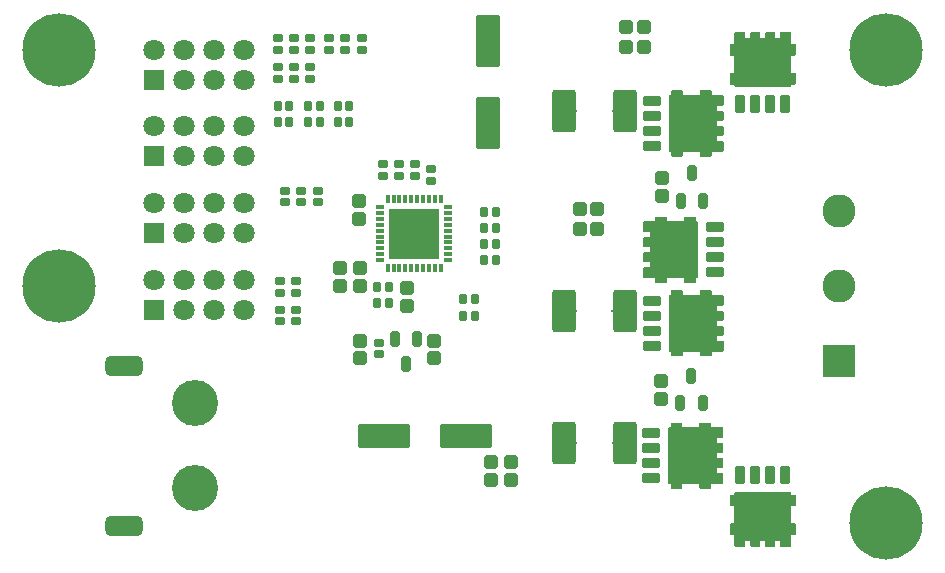
<source format=gbr>
G04*
G04 #@! TF.GenerationSoftware,Altium Limited,Altium Designer,24.10.1 (45)*
G04*
G04 Layer_Color=8388736*
%FSLAX25Y25*%
%MOIN*%
G70*
G04*
G04 #@! TF.SameCoordinates,CBAACD6F-12D9-4D4A-9EA7-E70620961981*
G04*
G04*
G04 #@! TF.FilePolarity,Negative*
G04*
G01*
G75*
%ADD20R,0.00500X0.00500*%
%ADD21R,0.01000X0.00500*%
G04:AMPARAMS|DCode=30|XSize=78.9mil|YSize=141.89mil|CornerRadius=9.33mil|HoleSize=0mil|Usage=FLASHONLY|Rotation=0.000|XOffset=0mil|YOffset=0mil|HoleType=Round|Shape=RoundedRectangle|*
%AMROUNDEDRECTD30*
21,1,0.07890,0.12323,0,0,0.0*
21,1,0.06024,0.14189,0,0,0.0*
1,1,0.01866,0.03012,-0.06161*
1,1,0.01866,-0.03012,-0.06161*
1,1,0.01866,-0.03012,0.06161*
1,1,0.01866,0.03012,0.06161*
%
%ADD30ROUNDEDRECTD30*%
G04:AMPARAMS|DCode=31|XSize=29.69mil|YSize=33.62mil|CornerRadius=5.64mil|HoleSize=0mil|Usage=FLASHONLY|Rotation=0.000|XOffset=0mil|YOffset=0mil|HoleType=Round|Shape=RoundedRectangle|*
%AMROUNDEDRECTD31*
21,1,0.02969,0.02234,0,0,0.0*
21,1,0.01841,0.03362,0,0,0.0*
1,1,0.01128,0.00920,-0.01117*
1,1,0.01128,-0.00920,-0.01117*
1,1,0.01128,-0.00920,0.01117*
1,1,0.01128,0.00920,0.01117*
%
%ADD31ROUNDEDRECTD31*%
G04:AMPARAMS|DCode=32|XSize=43.47mil|YSize=47.4mil|CornerRadius=6.67mil|HoleSize=0mil|Usage=FLASHONLY|Rotation=90.000|XOffset=0mil|YOffset=0mil|HoleType=Round|Shape=RoundedRectangle|*
%AMROUNDEDRECTD32*
21,1,0.04347,0.03406,0,0,90.0*
21,1,0.03012,0.04740,0,0,90.0*
1,1,0.01335,0.01703,0.01506*
1,1,0.01335,0.01703,-0.01506*
1,1,0.01335,-0.01703,-0.01506*
1,1,0.01335,-0.01703,0.01506*
%
%ADD32ROUNDEDRECTD32*%
G04:AMPARAMS|DCode=33|XSize=29.69mil|YSize=33.62mil|CornerRadius=5.64mil|HoleSize=0mil|Usage=FLASHONLY|Rotation=90.000|XOffset=0mil|YOffset=0mil|HoleType=Round|Shape=RoundedRectangle|*
%AMROUNDEDRECTD33*
21,1,0.02969,0.02234,0,0,90.0*
21,1,0.01841,0.03362,0,0,90.0*
1,1,0.01128,0.01117,0.00920*
1,1,0.01128,0.01117,-0.00920*
1,1,0.01128,-0.01117,-0.00920*
1,1,0.01128,-0.01117,0.00920*
%
%ADD33ROUNDEDRECTD33*%
G04:AMPARAMS|DCode=34|XSize=33.62mil|YSize=51.34mil|CornerRadius=5.94mil|HoleSize=0mil|Usage=FLASHONLY|Rotation=0.000|XOffset=0mil|YOffset=0mil|HoleType=Round|Shape=RoundedRectangle|*
%AMROUNDEDRECTD34*
21,1,0.03362,0.03947,0,0,0.0*
21,1,0.02175,0.05134,0,0,0.0*
1,1,0.01187,0.01088,-0.01973*
1,1,0.01187,-0.01088,-0.01973*
1,1,0.01187,-0.01088,0.01973*
1,1,0.01187,0.01088,0.01973*
%
%ADD34ROUNDEDRECTD34*%
G04:AMPARAMS|DCode=35|XSize=43.47mil|YSize=47.4mil|CornerRadius=6.67mil|HoleSize=0mil|Usage=FLASHONLY|Rotation=0.000|XOffset=0mil|YOffset=0mil|HoleType=Round|Shape=RoundedRectangle|*
%AMROUNDEDRECTD35*
21,1,0.04347,0.03406,0,0,0.0*
21,1,0.03012,0.04740,0,0,0.0*
1,1,0.01335,0.01506,-0.01703*
1,1,0.01335,-0.01506,-0.01703*
1,1,0.01335,-0.01506,0.01703*
1,1,0.01335,0.01506,0.01703*
%
%ADD35ROUNDEDRECTD35*%
G04:AMPARAMS|DCode=36|XSize=33.62mil|YSize=57.24mil|CornerRadius=4.66mil|HoleSize=0mil|Usage=FLASHONLY|Rotation=270.000|XOffset=0mil|YOffset=0mil|HoleType=Round|Shape=RoundedRectangle|*
%AMROUNDEDRECTD36*
21,1,0.03362,0.04793,0,0,270.0*
21,1,0.02431,0.05724,0,0,270.0*
1,1,0.00931,-0.02397,-0.01216*
1,1,0.00931,-0.02397,0.01216*
1,1,0.00931,0.02397,0.01216*
1,1,0.00931,0.02397,-0.01216*
%
%ADD36ROUNDEDRECTD36*%
G04:AMPARAMS|DCode=37|XSize=33.62mil|YSize=57.24mil|CornerRadius=4.66mil|HoleSize=0mil|Usage=FLASHONLY|Rotation=180.000|XOffset=0mil|YOffset=0mil|HoleType=Round|Shape=RoundedRectangle|*
%AMROUNDEDRECTD37*
21,1,0.03362,0.04793,0,0,180.0*
21,1,0.02431,0.05724,0,0,180.0*
1,1,0.00931,-0.01216,0.02397*
1,1,0.00931,0.01216,0.02397*
1,1,0.00931,0.01216,-0.02397*
1,1,0.00931,-0.01216,-0.02397*
%
%ADD37ROUNDEDRECTD37*%
G04:AMPARAMS|DCode=38|XSize=31.65mil|YSize=51.34mil|CornerRadius=5.79mil|HoleSize=0mil|Usage=FLASHONLY|Rotation=180.000|XOffset=0mil|YOffset=0mil|HoleType=Round|Shape=RoundedRectangle|*
%AMROUNDEDRECTD38*
21,1,0.03165,0.03976,0,0,180.0*
21,1,0.02008,0.05134,0,0,180.0*
1,1,0.01158,-0.01004,0.01988*
1,1,0.01158,0.01004,0.01988*
1,1,0.01158,0.01004,-0.01988*
1,1,0.01158,-0.01004,-0.01988*
%
%ADD38ROUNDEDRECTD38*%
G04:AMPARAMS|DCode=39|XSize=173.39mil|YSize=82.84mil|CornerRadius=9.63mil|HoleSize=0mil|Usage=FLASHONLY|Rotation=90.000|XOffset=0mil|YOffset=0mil|HoleType=Round|Shape=RoundedRectangle|*
%AMROUNDEDRECTD39*
21,1,0.17339,0.06358,0,0,90.0*
21,1,0.15413,0.08284,0,0,90.0*
1,1,0.01925,0.03179,0.07707*
1,1,0.01925,0.03179,-0.07707*
1,1,0.01925,-0.03179,-0.07707*
1,1,0.01925,-0.03179,0.07707*
%
%ADD39ROUNDEDRECTD39*%
G04:AMPARAMS|DCode=40|XSize=173.39mil|YSize=82.84mil|CornerRadius=9.63mil|HoleSize=0mil|Usage=FLASHONLY|Rotation=180.000|XOffset=0mil|YOffset=0mil|HoleType=Round|Shape=RoundedRectangle|*
%AMROUNDEDRECTD40*
21,1,0.17339,0.06358,0,0,180.0*
21,1,0.15413,0.08284,0,0,180.0*
1,1,0.01925,-0.07707,0.03179*
1,1,0.01925,0.07707,0.03179*
1,1,0.01925,0.07707,-0.03179*
1,1,0.01925,-0.07707,-0.03179*
%
%ADD40ROUNDEDRECTD40*%
G04:AMPARAMS|DCode=41|XSize=168.9mil|YSize=168.9mil|CornerRadius=4.39mil|HoleSize=0mil|Usage=FLASHONLY|Rotation=90.000|XOffset=0mil|YOffset=0mil|HoleType=Round|Shape=RoundedRectangle|*
%AMROUNDEDRECTD41*
21,1,0.16890,0.16012,0,0,90.0*
21,1,0.16012,0.16890,0,0,90.0*
1,1,0.00878,0.08006,0.08006*
1,1,0.00878,0.08006,-0.08006*
1,1,0.00878,-0.08006,-0.08006*
1,1,0.00878,-0.08006,0.08006*
%
%ADD41ROUNDEDRECTD41*%
G04:AMPARAMS|DCode=42|XSize=14.17mil|YSize=29.13mil|CornerRadius=4.71mil|HoleSize=0mil|Usage=FLASHONLY|Rotation=90.000|XOffset=0mil|YOffset=0mil|HoleType=Round|Shape=RoundedRectangle|*
%AMROUNDEDRECTD42*
21,1,0.01417,0.01972,0,0,90.0*
21,1,0.00476,0.02913,0,0,90.0*
1,1,0.00941,0.00986,0.00238*
1,1,0.00941,0.00986,-0.00238*
1,1,0.00941,-0.00986,-0.00238*
1,1,0.00941,-0.00986,0.00238*
%
%ADD42ROUNDEDRECTD42*%
G04:AMPARAMS|DCode=43|XSize=14.17mil|YSize=29.13mil|CornerRadius=4.71mil|HoleSize=0mil|Usage=FLASHONLY|Rotation=180.000|XOffset=0mil|YOffset=0mil|HoleType=Round|Shape=RoundedRectangle|*
%AMROUNDEDRECTD43*
21,1,0.01417,0.01972,0,0,180.0*
21,1,0.00476,0.02913,0,0,180.0*
1,1,0.00941,-0.00238,0.00986*
1,1,0.00941,0.00238,0.00986*
1,1,0.00941,0.00238,-0.00986*
1,1,0.00941,-0.00238,-0.00986*
%
%ADD43ROUNDEDRECTD43*%
%ADD44C,0.24425*%
%ADD45C,0.07102*%
%ADD46R,0.07102X0.07102*%
%ADD47R,0.11039X0.11039*%
%ADD48C,0.11039*%
%ADD49C,0.15370*%
G04:AMPARAMS|DCode=50|XSize=67.09mil|YSize=126.14mil|CornerRadius=18.78mil|HoleSize=0mil|Usage=FLASHONLY|Rotation=90.000|XOffset=0mil|YOffset=0mil|HoleType=Round|Shape=RoundedRectangle|*
%AMROUNDEDRECTD50*
21,1,0.06709,0.08858,0,0,90.0*
21,1,0.02953,0.12614,0,0,90.0*
1,1,0.03756,0.04429,0.01476*
1,1,0.03756,0.04429,-0.01476*
1,1,0.03756,-0.04429,-0.01476*
1,1,0.03756,-0.04429,0.01476*
%
%ADD50ROUNDEDRECTD50*%
G36*
X263360Y29828D02*
X263411Y29818D01*
X263461Y29801D01*
X263508Y29778D01*
X263552Y29748D01*
X263592Y29714D01*
X263626Y29674D01*
X263656Y29630D01*
X263679Y29583D01*
X263696Y29533D01*
X263706Y29482D01*
X263709Y29429D01*
Y29083D01*
X264882D01*
X264934Y29080D01*
X264986Y29070D01*
X265036Y29053D01*
X265083Y29030D01*
X265127Y29000D01*
X265166Y28966D01*
X265201Y28926D01*
X265230Y28882D01*
X265254Y28835D01*
X265271Y28785D01*
X265281Y28734D01*
X265284Y28681D01*
Y25532D01*
X265281Y25479D01*
X265271Y25427D01*
X265254Y25378D01*
X265230Y25330D01*
X265201Y25286D01*
X265166Y25247D01*
X265127Y25212D01*
X265083Y25183D01*
X265036Y25160D01*
X264986Y25143D01*
X264934Y25133D01*
X264882Y25129D01*
X263709D01*
Y19438D01*
X264882D01*
X264934Y19434D01*
X264986Y19424D01*
X265036Y19407D01*
X265083Y19384D01*
X265127Y19355D01*
X265166Y19320D01*
X265201Y19280D01*
X265230Y19237D01*
X265254Y19189D01*
X265271Y19140D01*
X265281Y19088D01*
X265284Y19035D01*
Y15886D01*
X265281Y15833D01*
X265271Y15782D01*
X265254Y15732D01*
X265230Y15685D01*
X265201Y15641D01*
X265166Y15601D01*
X265127Y15567D01*
X265083Y15537D01*
X265036Y15514D01*
X264986Y15497D01*
X264934Y15487D01*
X264882Y15483D01*
X263709D01*
Y11909D01*
X263706Y11857D01*
X263696Y11805D01*
X263679Y11755D01*
X263656Y11708D01*
X263626Y11665D01*
X263592Y11625D01*
X263552Y11590D01*
X263508Y11561D01*
X263461Y11538D01*
X263411Y11521D01*
X263360Y11511D01*
X263307Y11507D01*
X260453D01*
X260400Y11511D01*
X260349Y11521D01*
X260299Y11538D01*
X260251Y11561D01*
X260208Y11590D01*
X260168Y11625D01*
X260134Y11665D01*
X260104Y11708D01*
X260081Y11755D01*
X260064Y11805D01*
X260054Y11857D01*
X260050Y11909D01*
Y13672D01*
X258395D01*
Y11909D01*
X258391Y11857D01*
X258381Y11805D01*
X258364Y11755D01*
X258341Y11708D01*
X258311Y11665D01*
X258277Y11625D01*
X258237Y11590D01*
X258193Y11561D01*
X258146Y11538D01*
X258096Y11521D01*
X258045Y11511D01*
X257992Y11507D01*
X255472D01*
X255420Y11511D01*
X255368Y11521D01*
X255318Y11538D01*
X255271Y11561D01*
X255227Y11590D01*
X255188Y11625D01*
X255153Y11665D01*
X255124Y11708D01*
X255101Y11755D01*
X255084Y11805D01*
X255073Y11857D01*
X255070Y11909D01*
Y13672D01*
X253434D01*
Y11909D01*
X253431Y11857D01*
X253420Y11805D01*
X253403Y11755D01*
X253380Y11708D01*
X253351Y11665D01*
X253316Y11625D01*
X253276Y11590D01*
X253233Y11561D01*
X253186Y11538D01*
X253136Y11521D01*
X253084Y11511D01*
X253031Y11507D01*
X250512D01*
X250459Y11511D01*
X250408Y11521D01*
X250358Y11538D01*
X250311Y11561D01*
X250267Y11590D01*
X250227Y11625D01*
X250192Y11665D01*
X250163Y11708D01*
X250140Y11755D01*
X250123Y11805D01*
X250113Y11857D01*
X250109Y11909D01*
Y13672D01*
X248454D01*
Y11909D01*
X248450Y11857D01*
X248440Y11805D01*
X248423Y11755D01*
X248400Y11708D01*
X248371Y11665D01*
X248336Y11625D01*
X248296Y11590D01*
X248252Y11561D01*
X248205Y11538D01*
X248155Y11521D01*
X248104Y11511D01*
X248051Y11507D01*
X245197D01*
X245144Y11511D01*
X245093Y11521D01*
X245043Y11538D01*
X244996Y11561D01*
X244952Y11590D01*
X244912Y11625D01*
X244878Y11665D01*
X244848Y11708D01*
X244825Y11755D01*
X244808Y11805D01*
X244798Y11857D01*
X244794Y11909D01*
Y15483D01*
X243622D01*
X243569Y15487D01*
X243518Y15497D01*
X243468Y15514D01*
X243421Y15537D01*
X243377Y15567D01*
X243337Y15601D01*
X243303Y15641D01*
X243273Y15685D01*
X243250Y15732D01*
X243233Y15782D01*
X243223Y15833D01*
X243220Y15886D01*
Y19035D01*
X243223Y19088D01*
X243233Y19140D01*
X243250Y19189D01*
X243273Y19237D01*
X243303Y19280D01*
X243337Y19320D01*
X243377Y19355D01*
X243421Y19384D01*
X243468Y19407D01*
X243518Y19424D01*
X243569Y19434D01*
X243622Y19438D01*
X244794D01*
Y25129D01*
X243622D01*
X243569Y25133D01*
X243518Y25143D01*
X243468Y25160D01*
X243421Y25183D01*
X243377Y25212D01*
X243337Y25247D01*
X243303Y25286D01*
X243273Y25330D01*
X243250Y25378D01*
X243233Y25427D01*
X243223Y25479D01*
X243220Y25532D01*
Y28681D01*
X243223Y28734D01*
X243233Y28785D01*
X243250Y28835D01*
X243273Y28882D01*
X243303Y28926D01*
X243337Y28966D01*
X243377Y29000D01*
X243421Y29030D01*
X243468Y29053D01*
X243518Y29070D01*
X243569Y29080D01*
X243622Y29083D01*
X244794D01*
Y29429D01*
X244798Y29482D01*
X244808Y29533D01*
X244825Y29583D01*
X244848Y29630D01*
X244878Y29674D01*
X244912Y29714D01*
X244952Y29748D01*
X244996Y29778D01*
X245043Y29801D01*
X245093Y29818D01*
X245144Y29828D01*
X245197Y29832D01*
X263307D01*
X263360Y29828D01*
D02*
G37*
G36*
X236726Y53057D02*
X236777Y53046D01*
X236827Y53029D01*
X236875Y53006D01*
X236918Y52977D01*
X236958Y52942D01*
X236993Y52903D01*
X237022Y52859D01*
X237045Y52811D01*
X237062Y52762D01*
X237072Y52710D01*
X237076Y52658D01*
Y51485D01*
X240650D01*
X240702Y51482D01*
X240754Y51471D01*
X240804Y51455D01*
X240851Y51431D01*
X240895Y51402D01*
X240934Y51367D01*
X240969Y51328D01*
X240998Y51284D01*
X241021Y51237D01*
X241038Y51187D01*
X241049Y51135D01*
X241052Y51083D01*
Y48228D01*
X241049Y48176D01*
X241038Y48124D01*
X241021Y48074D01*
X240998Y48027D01*
X240969Y47983D01*
X240934Y47944D01*
X240895Y47909D01*
X240851Y47880D01*
X240804Y47857D01*
X240754Y47840D01*
X240702Y47829D01*
X240650Y47826D01*
X238887D01*
Y46170D01*
X240650D01*
X240702Y46167D01*
X240754Y46156D01*
X240804Y46139D01*
X240851Y46116D01*
X240895Y46087D01*
X240934Y46052D01*
X240969Y46013D01*
X240998Y45969D01*
X241021Y45922D01*
X241038Y45872D01*
X241049Y45820D01*
X241052Y45768D01*
Y43248D01*
X241049Y43196D01*
X241038Y43144D01*
X241021Y43094D01*
X240998Y43047D01*
X240969Y43003D01*
X240934Y42963D01*
X240895Y42929D01*
X240851Y42900D01*
X240804Y42876D01*
X240754Y42859D01*
X240702Y42849D01*
X240650Y42846D01*
X238887D01*
Y41210D01*
X240650D01*
X240702Y41206D01*
X240754Y41196D01*
X240804Y41179D01*
X240851Y41156D01*
X240895Y41126D01*
X240934Y41092D01*
X240969Y41052D01*
X240998Y41008D01*
X241021Y40961D01*
X241038Y40911D01*
X241049Y40860D01*
X241052Y40807D01*
Y38287D01*
X241049Y38235D01*
X241038Y38183D01*
X241021Y38133D01*
X240998Y38086D01*
X240969Y38042D01*
X240934Y38003D01*
X240895Y37968D01*
X240851Y37939D01*
X240804Y37916D01*
X240754Y37899D01*
X240702Y37888D01*
X240650Y37885D01*
X238887D01*
Y36229D01*
X240650D01*
X240702Y36226D01*
X240754Y36215D01*
X240804Y36199D01*
X240851Y36175D01*
X240895Y36146D01*
X240934Y36111D01*
X240969Y36072D01*
X240998Y36028D01*
X241021Y35981D01*
X241038Y35931D01*
X241049Y35879D01*
X241052Y35827D01*
Y32972D01*
X241049Y32920D01*
X241038Y32868D01*
X241021Y32818D01*
X240998Y32771D01*
X240969Y32728D01*
X240934Y32688D01*
X240895Y32653D01*
X240851Y32624D01*
X240804Y32601D01*
X240754Y32584D01*
X240702Y32574D01*
X240650Y32570D01*
X237076D01*
Y31398D01*
X237072Y31345D01*
X237062Y31293D01*
X237045Y31244D01*
X237022Y31196D01*
X236993Y31153D01*
X236958Y31113D01*
X236918Y31078D01*
X236875Y31049D01*
X236827Y31026D01*
X236777Y31009D01*
X236726Y30999D01*
X236673Y30995D01*
X233524D01*
X233471Y30999D01*
X233419Y31009D01*
X233370Y31026D01*
X233322Y31049D01*
X233279Y31078D01*
X233239Y31113D01*
X233204Y31153D01*
X233175Y31196D01*
X233152Y31244D01*
X233135Y31293D01*
X233125Y31345D01*
X233121Y31398D01*
Y32570D01*
X227430D01*
Y31398D01*
X227427Y31345D01*
X227416Y31293D01*
X227399Y31244D01*
X227376Y31196D01*
X227347Y31153D01*
X227312Y31113D01*
X227273Y31078D01*
X227229Y31049D01*
X227182Y31026D01*
X227132Y31009D01*
X227080Y30999D01*
X227028Y30995D01*
X223878D01*
X223825Y30999D01*
X223774Y31009D01*
X223724Y31026D01*
X223677Y31049D01*
X223633Y31078D01*
X223593Y31113D01*
X223559Y31153D01*
X223529Y31196D01*
X223506Y31244D01*
X223489Y31293D01*
X223479Y31345D01*
X223476Y31398D01*
Y32570D01*
X223130D01*
X223077Y32574D01*
X223026Y32584D01*
X222976Y32601D01*
X222929Y32624D01*
X222885Y32653D01*
X222845Y32688D01*
X222811Y32728D01*
X222781Y32771D01*
X222758Y32818D01*
X222741Y32868D01*
X222731Y32920D01*
X222727Y32972D01*
Y51083D01*
X222731Y51135D01*
X222741Y51187D01*
X222758Y51237D01*
X222781Y51284D01*
X222811Y51328D01*
X222845Y51367D01*
X222885Y51402D01*
X222929Y51431D01*
X222976Y51455D01*
X223026Y51471D01*
X223077Y51482D01*
X223130Y51485D01*
X223476D01*
Y52658D01*
X223479Y52710D01*
X223489Y52762D01*
X223506Y52811D01*
X223529Y52859D01*
X223559Y52903D01*
X223593Y52942D01*
X223633Y52977D01*
X223677Y53006D01*
X223724Y53029D01*
X223774Y53046D01*
X223825Y53057D01*
X223878Y53060D01*
X227028D01*
X227080Y53057D01*
X227132Y53046D01*
X227182Y53029D01*
X227229Y53006D01*
X227273Y52977D01*
X227312Y52942D01*
X227347Y52903D01*
X227376Y52859D01*
X227399Y52811D01*
X227416Y52762D01*
X227427Y52710D01*
X227430Y52658D01*
Y51485D01*
X233121D01*
Y52658D01*
X233125Y52710D01*
X233135Y52762D01*
X233152Y52811D01*
X233175Y52859D01*
X233204Y52903D01*
X233239Y52942D01*
X233279Y52977D01*
X233322Y53006D01*
X233370Y53029D01*
X233419Y53046D01*
X233471Y53057D01*
X233524Y53060D01*
X236673D01*
X236726Y53057D01*
D02*
G37*
G36*
X236824Y97230D02*
X236876Y97219D01*
X236926Y97202D01*
X236973Y97179D01*
X237017Y97150D01*
X237056Y97115D01*
X237091Y97076D01*
X237120Y97032D01*
X237143Y96985D01*
X237160Y96935D01*
X237171Y96883D01*
X237174Y96831D01*
Y95658D01*
X240748D01*
X240801Y95655D01*
X240852Y95645D01*
X240902Y95628D01*
X240949Y95604D01*
X240993Y95575D01*
X241033Y95540D01*
X241067Y95501D01*
X241096Y95457D01*
X241120Y95410D01*
X241137Y95360D01*
X241147Y95308D01*
X241150Y95256D01*
Y92402D01*
X241147Y92349D01*
X241137Y92297D01*
X241120Y92248D01*
X241096Y92200D01*
X241067Y92157D01*
X241033Y92117D01*
X240993Y92082D01*
X240949Y92053D01*
X240902Y92030D01*
X240852Y92013D01*
X240801Y92003D01*
X240748Y91999D01*
X238985D01*
Y90343D01*
X240748D01*
X240801Y90340D01*
X240852Y90330D01*
X240902Y90313D01*
X240949Y90289D01*
X240993Y90260D01*
X241033Y90225D01*
X241067Y90186D01*
X241096Y90142D01*
X241120Y90095D01*
X241137Y90045D01*
X241147Y89994D01*
X241150Y89941D01*
Y87421D01*
X241147Y87369D01*
X241137Y87317D01*
X241120Y87267D01*
X241096Y87220D01*
X241067Y87176D01*
X241033Y87137D01*
X240993Y87102D01*
X240949Y87073D01*
X240902Y87050D01*
X240852Y87033D01*
X240801Y87022D01*
X240748Y87019D01*
X238985D01*
Y85383D01*
X240748D01*
X240801Y85379D01*
X240852Y85369D01*
X240902Y85352D01*
X240949Y85329D01*
X240993Y85300D01*
X241033Y85265D01*
X241067Y85225D01*
X241096Y85181D01*
X241120Y85134D01*
X241137Y85084D01*
X241147Y85033D01*
X241150Y84980D01*
Y82461D01*
X241147Y82408D01*
X241137Y82357D01*
X241120Y82307D01*
X241096Y82259D01*
X241067Y82216D01*
X241033Y82176D01*
X240993Y82141D01*
X240949Y82112D01*
X240902Y82089D01*
X240852Y82072D01*
X240801Y82062D01*
X240748Y82058D01*
X238985D01*
Y80402D01*
X240748D01*
X240801Y80399D01*
X240852Y80389D01*
X240902Y80372D01*
X240949Y80348D01*
X240993Y80319D01*
X241033Y80285D01*
X241067Y80245D01*
X241096Y80201D01*
X241120Y80154D01*
X241137Y80104D01*
X241147Y80053D01*
X241150Y80000D01*
Y77146D01*
X241147Y77093D01*
X241137Y77042D01*
X241120Y76992D01*
X241096Y76945D01*
X241067Y76901D01*
X241033Y76861D01*
X240993Y76826D01*
X240949Y76797D01*
X240902Y76774D01*
X240852Y76757D01*
X240801Y76747D01*
X240748Y76743D01*
X237174D01*
Y75571D01*
X237171Y75518D01*
X237160Y75467D01*
X237143Y75417D01*
X237120Y75370D01*
X237091Y75326D01*
X237056Y75286D01*
X237017Y75252D01*
X236973Y75222D01*
X236926Y75199D01*
X236876Y75182D01*
X236824Y75172D01*
X236772Y75168D01*
X233622D01*
X233570Y75172D01*
X233518Y75182D01*
X233468Y75199D01*
X233421Y75222D01*
X233377Y75252D01*
X233337Y75286D01*
X233303Y75326D01*
X233274Y75370D01*
X233250Y75417D01*
X233233Y75467D01*
X233223Y75518D01*
X233220Y75571D01*
Y76743D01*
X227528D01*
Y75571D01*
X227525Y75518D01*
X227515Y75467D01*
X227498Y75417D01*
X227474Y75370D01*
X227445Y75326D01*
X227411Y75286D01*
X227371Y75252D01*
X227327Y75222D01*
X227280Y75199D01*
X227230Y75182D01*
X227179Y75172D01*
X227126Y75168D01*
X223976D01*
X223924Y75172D01*
X223872Y75182D01*
X223822Y75199D01*
X223775Y75222D01*
X223731Y75252D01*
X223692Y75286D01*
X223657Y75326D01*
X223628Y75370D01*
X223605Y75417D01*
X223588Y75467D01*
X223577Y75518D01*
X223574Y75571D01*
Y76743D01*
X223228D01*
X223176Y76747D01*
X223124Y76757D01*
X223074Y76774D01*
X223027Y76797D01*
X222983Y76826D01*
X222944Y76861D01*
X222909Y76901D01*
X222880Y76945D01*
X222857Y76992D01*
X222840Y77042D01*
X222829Y77093D01*
X222826Y77146D01*
Y95256D01*
X222829Y95308D01*
X222840Y95360D01*
X222857Y95410D01*
X222880Y95457D01*
X222909Y95501D01*
X222944Y95540D01*
X222983Y95575D01*
X223027Y95604D01*
X223074Y95628D01*
X223124Y95645D01*
X223176Y95655D01*
X223228Y95658D01*
X223574D01*
Y96831D01*
X223577Y96883D01*
X223588Y96935D01*
X223605Y96985D01*
X223628Y97032D01*
X223657Y97076D01*
X223692Y97115D01*
X223731Y97150D01*
X223775Y97179D01*
X223822Y97202D01*
X223872Y97219D01*
X223924Y97230D01*
X223976Y97233D01*
X227126D01*
X227179Y97230D01*
X227230Y97219D01*
X227280Y97202D01*
X227327Y97179D01*
X227371Y97150D01*
X227411Y97115D01*
X227445Y97076D01*
X227474Y97032D01*
X227498Y96985D01*
X227515Y96935D01*
X227525Y96883D01*
X227528Y96831D01*
Y95658D01*
X233220D01*
Y96831D01*
X233223Y96883D01*
X233233Y96935D01*
X233250Y96985D01*
X233274Y97032D01*
X233303Y97076D01*
X233337Y97115D01*
X233377Y97150D01*
X233421Y97179D01*
X233468Y97202D01*
X233518Y97219D01*
X233570Y97230D01*
X233622Y97233D01*
X236772D01*
X236824Y97230D01*
D02*
G37*
G36*
X231588Y121659D02*
X231640Y121649D01*
X231689Y121632D01*
X231737Y121608D01*
X231780Y121579D01*
X231820Y121544D01*
X231855Y121505D01*
X231884Y121461D01*
X231907Y121414D01*
X231924Y121364D01*
X231934Y121312D01*
X231938Y121260D01*
Y120088D01*
X232283D01*
X232336Y120084D01*
X232388Y120074D01*
X232437Y120057D01*
X232485Y120034D01*
X232528Y120004D01*
X232568Y119970D01*
X232603Y119930D01*
X232632Y119886D01*
X232655Y119839D01*
X232672Y119789D01*
X232682Y119738D01*
X232686Y119685D01*
Y101575D01*
X232682Y101522D01*
X232672Y101471D01*
X232655Y101421D01*
X232632Y101374D01*
X232603Y101330D01*
X232568Y101290D01*
X232528Y101256D01*
X232485Y101226D01*
X232437Y101203D01*
X232388Y101186D01*
X232336Y101176D01*
X232283Y101172D01*
X231938D01*
Y100000D01*
X231934Y99948D01*
X231924Y99896D01*
X231907Y99846D01*
X231884Y99799D01*
X231855Y99755D01*
X231820Y99715D01*
X231780Y99681D01*
X231737Y99651D01*
X231689Y99628D01*
X231640Y99611D01*
X231588Y99601D01*
X231535Y99598D01*
X228386D01*
X228333Y99601D01*
X228282Y99611D01*
X228232Y99628D01*
X228185Y99651D01*
X228141Y99681D01*
X228101Y99715D01*
X228067Y99755D01*
X228037Y99799D01*
X228014Y99846D01*
X227997Y99896D01*
X227987Y99948D01*
X227983Y100000D01*
Y101172D01*
X222292D01*
Y100000D01*
X222289Y99948D01*
X222278Y99896D01*
X222262Y99846D01*
X222238Y99799D01*
X222209Y99755D01*
X222174Y99715D01*
X222135Y99681D01*
X222091Y99651D01*
X222044Y99628D01*
X221994Y99611D01*
X221942Y99601D01*
X221890Y99598D01*
X218740D01*
X218688Y99601D01*
X218636Y99611D01*
X218586Y99628D01*
X218539Y99651D01*
X218495Y99681D01*
X218456Y99715D01*
X218421Y99755D01*
X218392Y99799D01*
X218368Y99846D01*
X218351Y99896D01*
X218341Y99948D01*
X218338Y100000D01*
Y101172D01*
X214764D01*
X214711Y101176D01*
X214660Y101186D01*
X214610Y101203D01*
X214563Y101226D01*
X214519Y101256D01*
X214479Y101290D01*
X214444Y101330D01*
X214415Y101374D01*
X214392Y101421D01*
X214375Y101471D01*
X214365Y101522D01*
X214361Y101575D01*
Y104429D01*
X214365Y104482D01*
X214375Y104533D01*
X214392Y104583D01*
X214415Y104630D01*
X214444Y104674D01*
X214479Y104714D01*
X214519Y104748D01*
X214563Y104778D01*
X214610Y104801D01*
X214660Y104818D01*
X214711Y104828D01*
X214764Y104832D01*
X216527D01*
Y106487D01*
X214764D01*
X214711Y106491D01*
X214660Y106501D01*
X214610Y106518D01*
X214563Y106541D01*
X214519Y106570D01*
X214479Y106605D01*
X214444Y106645D01*
X214415Y106688D01*
X214392Y106736D01*
X214375Y106786D01*
X214365Y106837D01*
X214361Y106890D01*
Y109409D01*
X214365Y109462D01*
X214375Y109514D01*
X214392Y109563D01*
X214415Y109611D01*
X214444Y109654D01*
X214479Y109694D01*
X214519Y109729D01*
X214563Y109758D01*
X214610Y109781D01*
X214660Y109798D01*
X214711Y109808D01*
X214764Y109812D01*
X216527D01*
Y111448D01*
X214764D01*
X214711Y111451D01*
X214660Y111462D01*
X214610Y111479D01*
X214563Y111502D01*
X214519Y111531D01*
X214479Y111566D01*
X214444Y111605D01*
X214415Y111649D01*
X214392Y111696D01*
X214375Y111746D01*
X214365Y111798D01*
X214361Y111850D01*
Y114370D01*
X214365Y114423D01*
X214375Y114474D01*
X214392Y114524D01*
X214415Y114571D01*
X214444Y114615D01*
X214479Y114655D01*
X214519Y114689D01*
X214563Y114719D01*
X214610Y114742D01*
X214660Y114759D01*
X214711Y114769D01*
X214764Y114772D01*
X216527D01*
Y116428D01*
X214764D01*
X214711Y116432D01*
X214660Y116442D01*
X214610Y116459D01*
X214563Y116482D01*
X214519Y116511D01*
X214479Y116546D01*
X214444Y116586D01*
X214415Y116630D01*
X214392Y116677D01*
X214375Y116727D01*
X214365Y116778D01*
X214361Y116831D01*
Y119685D01*
X214365Y119738D01*
X214375Y119789D01*
X214392Y119839D01*
X214415Y119886D01*
X214444Y119930D01*
X214479Y119970D01*
X214519Y120004D01*
X214563Y120034D01*
X214610Y120057D01*
X214660Y120074D01*
X214711Y120084D01*
X214764Y120088D01*
X218338D01*
Y121260D01*
X218341Y121312D01*
X218351Y121364D01*
X218368Y121414D01*
X218392Y121461D01*
X218421Y121505D01*
X218456Y121544D01*
X218495Y121579D01*
X218539Y121608D01*
X218586Y121632D01*
X218636Y121649D01*
X218688Y121659D01*
X218740Y121662D01*
X221890D01*
X221942Y121659D01*
X221994Y121649D01*
X222044Y121632D01*
X222091Y121608D01*
X222135Y121579D01*
X222174Y121544D01*
X222209Y121505D01*
X222238Y121461D01*
X222262Y121414D01*
X222278Y121364D01*
X222289Y121312D01*
X222292Y121260D01*
Y120088D01*
X227983D01*
Y121260D01*
X227987Y121312D01*
X227997Y121364D01*
X228014Y121414D01*
X228037Y121461D01*
X228067Y121505D01*
X228101Y121544D01*
X228141Y121579D01*
X228185Y121608D01*
X228232Y121632D01*
X228282Y121649D01*
X228333Y121659D01*
X228386Y121662D01*
X231535D01*
X231588Y121659D01*
D02*
G37*
G36*
X236824Y163785D02*
X236876Y163775D01*
X236926Y163758D01*
X236973Y163734D01*
X237017Y163705D01*
X237056Y163670D01*
X237091Y163631D01*
X237120Y163587D01*
X237143Y163540D01*
X237160Y163490D01*
X237171Y163438D01*
X237174Y163386D01*
Y162214D01*
X240748D01*
X240801Y162210D01*
X240852Y162200D01*
X240902Y162183D01*
X240949Y162160D01*
X240993Y162130D01*
X241033Y162096D01*
X241067Y162056D01*
X241096Y162012D01*
X241120Y161965D01*
X241137Y161915D01*
X241147Y161864D01*
X241150Y161811D01*
Y158957D01*
X241147Y158904D01*
X241137Y158853D01*
X241120Y158803D01*
X241096Y158756D01*
X241067Y158712D01*
X241033Y158672D01*
X240993Y158637D01*
X240949Y158608D01*
X240902Y158585D01*
X240852Y158568D01*
X240801Y158558D01*
X240748Y158554D01*
X238985D01*
Y156898D01*
X240748D01*
X240801Y156895D01*
X240852Y156885D01*
X240902Y156868D01*
X240949Y156845D01*
X240993Y156815D01*
X241033Y156781D01*
X241067Y156741D01*
X241096Y156697D01*
X241120Y156650D01*
X241137Y156600D01*
X241147Y156549D01*
X241150Y156496D01*
Y153976D01*
X241147Y153924D01*
X241137Y153872D01*
X241120Y153822D01*
X241096Y153775D01*
X241067Y153731D01*
X241033Y153692D01*
X240993Y153657D01*
X240949Y153628D01*
X240902Y153605D01*
X240852Y153588D01*
X240801Y153577D01*
X240748Y153574D01*
X238985D01*
Y151938D01*
X240748D01*
X240801Y151934D01*
X240852Y151924D01*
X240902Y151907D01*
X240949Y151884D01*
X240993Y151855D01*
X241033Y151820D01*
X241067Y151780D01*
X241096Y151737D01*
X241120Y151689D01*
X241137Y151640D01*
X241147Y151588D01*
X241150Y151535D01*
Y149016D01*
X241147Y148963D01*
X241137Y148912D01*
X241120Y148862D01*
X241096Y148814D01*
X241067Y148771D01*
X241033Y148731D01*
X240993Y148696D01*
X240949Y148667D01*
X240902Y148644D01*
X240852Y148627D01*
X240801Y148617D01*
X240748Y148613D01*
X238985D01*
Y146958D01*
X240748D01*
X240801Y146954D01*
X240852Y146944D01*
X240902Y146927D01*
X240949Y146904D01*
X240993Y146874D01*
X241033Y146840D01*
X241067Y146800D01*
X241096Y146756D01*
X241120Y146709D01*
X241137Y146659D01*
X241147Y146608D01*
X241150Y146555D01*
Y143701D01*
X241147Y143648D01*
X241137Y143597D01*
X241120Y143547D01*
X241096Y143500D01*
X241067Y143456D01*
X241033Y143416D01*
X240993Y143382D01*
X240949Y143352D01*
X240902Y143329D01*
X240852Y143312D01*
X240801Y143302D01*
X240748Y143298D01*
X237174D01*
Y142126D01*
X237171Y142074D01*
X237160Y142022D01*
X237143Y141972D01*
X237120Y141925D01*
X237091Y141881D01*
X237056Y141841D01*
X237017Y141807D01*
X236973Y141778D01*
X236926Y141754D01*
X236876Y141737D01*
X236824Y141727D01*
X236772Y141724D01*
X233622D01*
X233570Y141727D01*
X233518Y141737D01*
X233468Y141754D01*
X233421Y141778D01*
X233377Y141807D01*
X233337Y141841D01*
X233303Y141881D01*
X233274Y141925D01*
X233250Y141972D01*
X233233Y142022D01*
X233223Y142074D01*
X233220Y142126D01*
Y143298D01*
X227528D01*
Y142126D01*
X227525Y142074D01*
X227515Y142022D01*
X227498Y141972D01*
X227474Y141925D01*
X227445Y141881D01*
X227411Y141841D01*
X227371Y141807D01*
X227327Y141778D01*
X227280Y141754D01*
X227230Y141737D01*
X227179Y141727D01*
X227126Y141724D01*
X223976D01*
X223924Y141727D01*
X223872Y141737D01*
X223822Y141754D01*
X223775Y141778D01*
X223731Y141807D01*
X223692Y141841D01*
X223657Y141881D01*
X223628Y141925D01*
X223605Y141972D01*
X223588Y142022D01*
X223577Y142074D01*
X223574Y142126D01*
Y143298D01*
X223228D01*
X223176Y143302D01*
X223124Y143312D01*
X223074Y143329D01*
X223027Y143352D01*
X222983Y143382D01*
X222944Y143416D01*
X222909Y143456D01*
X222880Y143500D01*
X222857Y143547D01*
X222840Y143597D01*
X222829Y143648D01*
X222826Y143701D01*
Y161811D01*
X222829Y161864D01*
X222840Y161915D01*
X222857Y161965D01*
X222880Y162012D01*
X222909Y162056D01*
X222944Y162096D01*
X222983Y162130D01*
X223027Y162160D01*
X223074Y162183D01*
X223124Y162200D01*
X223176Y162210D01*
X223228Y162214D01*
X223574D01*
Y163386D01*
X223577Y163438D01*
X223588Y163490D01*
X223605Y163540D01*
X223628Y163587D01*
X223657Y163631D01*
X223692Y163670D01*
X223731Y163705D01*
X223775Y163734D01*
X223822Y163758D01*
X223872Y163775D01*
X223924Y163785D01*
X223976Y163788D01*
X227126D01*
X227179Y163785D01*
X227230Y163775D01*
X227280Y163758D01*
X227327Y163734D01*
X227371Y163705D01*
X227411Y163670D01*
X227445Y163631D01*
X227474Y163587D01*
X227498Y163540D01*
X227515Y163490D01*
X227525Y163438D01*
X227528Y163386D01*
Y162214D01*
X233220D01*
Y163386D01*
X233223Y163438D01*
X233233Y163490D01*
X233250Y163540D01*
X233274Y163587D01*
X233303Y163631D01*
X233337Y163670D01*
X233377Y163705D01*
X233421Y163734D01*
X233468Y163758D01*
X233518Y163775D01*
X233570Y163785D01*
X233622Y163788D01*
X236772D01*
X236824Y163785D01*
D02*
G37*
G36*
X263360Y183273D02*
X263411Y183263D01*
X263461Y183246D01*
X263508Y183222D01*
X263552Y183193D01*
X263592Y183159D01*
X263626Y183119D01*
X263656Y183075D01*
X263679Y183028D01*
X263696Y182978D01*
X263706Y182926D01*
X263709Y182874D01*
Y179300D01*
X264882D01*
X264934Y179297D01*
X264986Y179286D01*
X265036Y179269D01*
X265083Y179246D01*
X265127Y179217D01*
X265166Y179182D01*
X265201Y179143D01*
X265230Y179099D01*
X265254Y179052D01*
X265271Y179002D01*
X265281Y178950D01*
X265284Y178898D01*
Y175748D01*
X265281Y175696D01*
X265271Y175644D01*
X265254Y175594D01*
X265230Y175547D01*
X265201Y175503D01*
X265166Y175463D01*
X265127Y175429D01*
X265083Y175399D01*
X265036Y175376D01*
X264986Y175359D01*
X264934Y175349D01*
X264882Y175346D01*
X263709D01*
Y169654D01*
X264882D01*
X264934Y169651D01*
X264986Y169641D01*
X265036Y169624D01*
X265083Y169600D01*
X265127Y169571D01*
X265166Y169536D01*
X265201Y169497D01*
X265230Y169453D01*
X265254Y169406D01*
X265271Y169356D01*
X265281Y169305D01*
X265284Y169252D01*
Y166102D01*
X265281Y166050D01*
X265271Y165998D01*
X265254Y165948D01*
X265230Y165901D01*
X265201Y165857D01*
X265166Y165818D01*
X265127Y165783D01*
X265083Y165754D01*
X265036Y165731D01*
X264986Y165714D01*
X264934Y165703D01*
X264882Y165700D01*
X263709D01*
Y165354D01*
X263706Y165302D01*
X263696Y165250D01*
X263679Y165200D01*
X263656Y165153D01*
X263626Y165109D01*
X263592Y165070D01*
X263552Y165035D01*
X263508Y165006D01*
X263461Y164982D01*
X263411Y164966D01*
X263360Y164955D01*
X263307Y164952D01*
X245197D01*
X245144Y164955D01*
X245093Y164966D01*
X245043Y164982D01*
X244996Y165006D01*
X244952Y165035D01*
X244912Y165070D01*
X244878Y165109D01*
X244848Y165153D01*
X244825Y165200D01*
X244808Y165250D01*
X244798Y165302D01*
X244794Y165354D01*
Y165700D01*
X243622D01*
X243569Y165703D01*
X243518Y165714D01*
X243468Y165731D01*
X243421Y165754D01*
X243377Y165783D01*
X243337Y165818D01*
X243303Y165857D01*
X243273Y165901D01*
X243250Y165948D01*
X243233Y165998D01*
X243223Y166050D01*
X243220Y166102D01*
Y169252D01*
X243223Y169305D01*
X243233Y169356D01*
X243250Y169406D01*
X243273Y169453D01*
X243303Y169497D01*
X243337Y169536D01*
X243377Y169571D01*
X243421Y169600D01*
X243468Y169624D01*
X243518Y169641D01*
X243569Y169651D01*
X243622Y169654D01*
X244794D01*
Y175346D01*
X243622D01*
X243569Y175349D01*
X243518Y175359D01*
X243468Y175376D01*
X243421Y175399D01*
X243377Y175429D01*
X243337Y175463D01*
X243303Y175503D01*
X243273Y175547D01*
X243250Y175594D01*
X243233Y175644D01*
X243223Y175696D01*
X243220Y175748D01*
Y178898D01*
X243223Y178950D01*
X243233Y179002D01*
X243250Y179052D01*
X243273Y179099D01*
X243303Y179143D01*
X243337Y179182D01*
X243377Y179217D01*
X243421Y179246D01*
X243468Y179269D01*
X243518Y179286D01*
X243569Y179297D01*
X243622Y179300D01*
X244794D01*
Y182874D01*
X244798Y182926D01*
X244808Y182978D01*
X244825Y183028D01*
X244848Y183075D01*
X244878Y183119D01*
X244912Y183159D01*
X244952Y183193D01*
X244996Y183222D01*
X245043Y183246D01*
X245093Y183263D01*
X245144Y183273D01*
X245197Y183276D01*
X248051D01*
X248104Y183273D01*
X248155Y183263D01*
X248205Y183246D01*
X248252Y183222D01*
X248296Y183193D01*
X248336Y183159D01*
X248371Y183119D01*
X248400Y183075D01*
X248423Y183028D01*
X248440Y182978D01*
X248450Y182926D01*
X248454Y182874D01*
Y181111D01*
X250109D01*
Y182874D01*
X250113Y182926D01*
X250123Y182978D01*
X250140Y183028D01*
X250163Y183075D01*
X250192Y183119D01*
X250227Y183159D01*
X250267Y183193D01*
X250311Y183222D01*
X250358Y183246D01*
X250408Y183263D01*
X250459Y183273D01*
X250512Y183276D01*
X253031D01*
X253084Y183273D01*
X253136Y183263D01*
X253186Y183246D01*
X253233Y183222D01*
X253276Y183193D01*
X253316Y183159D01*
X253351Y183119D01*
X253380Y183075D01*
X253403Y183028D01*
X253420Y182978D01*
X253431Y182926D01*
X253434Y182874D01*
Y181111D01*
X255070D01*
Y182874D01*
X255073Y182926D01*
X255084Y182978D01*
X255101Y183028D01*
X255124Y183075D01*
X255153Y183119D01*
X255188Y183159D01*
X255227Y183193D01*
X255271Y183222D01*
X255318Y183246D01*
X255368Y183263D01*
X255420Y183273D01*
X255472Y183276D01*
X257992D01*
X258045Y183273D01*
X258096Y183263D01*
X258146Y183246D01*
X258193Y183222D01*
X258237Y183193D01*
X258277Y183159D01*
X258311Y183119D01*
X258341Y183075D01*
X258364Y183028D01*
X258381Y182978D01*
X258391Y182926D01*
X258395Y182874D01*
Y181111D01*
X260050D01*
Y182874D01*
X260054Y182926D01*
X260064Y182978D01*
X260081Y183028D01*
X260104Y183075D01*
X260134Y183119D01*
X260168Y183159D01*
X260208Y183193D01*
X260252Y183222D01*
X260299Y183246D01*
X260349Y183263D01*
X260400Y183273D01*
X260453Y183276D01*
X263307D01*
X263360Y183273D01*
D02*
G37*
D20*
X204876Y90354D02*
D03*
X204626D02*
D03*
X204921Y156890D02*
D03*
X204671D02*
D03*
X191285Y90354D02*
D03*
X191535D02*
D03*
X191228Y46161D02*
D03*
X191478D02*
D03*
X205073D02*
D03*
X204823D02*
D03*
X191285Y156890D02*
D03*
X191535D02*
D03*
D21*
X204126Y90354D02*
D03*
X204171Y156890D02*
D03*
X192035Y90354D02*
D03*
X191978Y46161D02*
D03*
X204323D02*
D03*
X192035Y156890D02*
D03*
D30*
X208366Y46161D02*
D03*
X187894D02*
D03*
X208465Y90354D02*
D03*
X187992D02*
D03*
Y156890D02*
D03*
X208465D02*
D03*
D31*
X165256Y123327D02*
D03*
X161319D02*
D03*
X92520Y158563D02*
D03*
X96457D02*
D03*
X112500D02*
D03*
X116437D02*
D03*
X125787Y92815D02*
D03*
X129724D02*
D03*
X125787Y98228D02*
D03*
X129724D02*
D03*
X161319Y112500D02*
D03*
X165256D02*
D03*
X112500Y153150D02*
D03*
X116437D02*
D03*
X161319Y117913D02*
D03*
X165256D02*
D03*
X154232Y88681D02*
D03*
X158169D02*
D03*
X102559Y153150D02*
D03*
X106496D02*
D03*
X102559Y158563D02*
D03*
X106496D02*
D03*
X161319Y107087D02*
D03*
X165256D02*
D03*
X154232Y94095D02*
D03*
X158169D02*
D03*
X92520Y153150D02*
D03*
X96457D02*
D03*
D32*
X144685Y74508D02*
D03*
Y80413D02*
D03*
X170177Y34055D02*
D03*
Y39961D02*
D03*
X220417Y66929D02*
D03*
Y61024D02*
D03*
X113386Y98622D02*
D03*
Y104528D02*
D03*
X135531Y97835D02*
D03*
Y91929D02*
D03*
X120079Y80413D02*
D03*
Y74508D02*
D03*
X119980Y98622D02*
D03*
Y104528D02*
D03*
X220574Y128543D02*
D03*
Y134449D02*
D03*
X163583Y34055D02*
D03*
Y39961D02*
D03*
X119783Y126870D02*
D03*
Y120965D02*
D03*
D33*
X115059Y181299D02*
D03*
Y177362D02*
D03*
X103445Y171555D02*
D03*
Y167618D02*
D03*
X93307Y86811D02*
D03*
Y90748D02*
D03*
X94882Y130413D02*
D03*
Y126476D02*
D03*
X138386Y139173D02*
D03*
Y135236D02*
D03*
X103445Y177264D02*
D03*
Y181201D02*
D03*
X92618Y167618D02*
D03*
Y171555D02*
D03*
X98032Y167618D02*
D03*
Y171555D02*
D03*
X143799Y137500D02*
D03*
Y133563D02*
D03*
X98032Y181201D02*
D03*
Y177264D02*
D03*
X93307Y96161D02*
D03*
Y100098D02*
D03*
X98721Y96161D02*
D03*
Y100098D02*
D03*
X105905Y130413D02*
D03*
Y126476D02*
D03*
X132972Y139173D02*
D03*
Y135236D02*
D03*
X126378Y79724D02*
D03*
Y75787D02*
D03*
X109646Y181299D02*
D03*
Y177362D02*
D03*
X92618Y181201D02*
D03*
Y177264D02*
D03*
X120472Y181299D02*
D03*
Y177362D02*
D03*
X98721Y86811D02*
D03*
Y90748D02*
D03*
X100394Y130413D02*
D03*
Y126476D02*
D03*
X127559Y139173D02*
D03*
Y135236D02*
D03*
D34*
X230456Y68701D02*
D03*
X234196Y59646D02*
D03*
X226716D02*
D03*
X226907Y127067D02*
D03*
X234388D02*
D03*
X230647Y136122D02*
D03*
D35*
X214665Y178248D02*
D03*
X208760D02*
D03*
X199114Y124114D02*
D03*
X193209D02*
D03*
X199114Y117421D02*
D03*
X193209D02*
D03*
X214665Y184843D02*
D03*
X208760D02*
D03*
D36*
X217224Y93701D02*
D03*
Y88701D02*
D03*
Y78701D02*
D03*
Y83701D02*
D03*
Y160256D02*
D03*
Y155256D02*
D03*
Y145256D02*
D03*
Y150256D02*
D03*
X217126Y49528D02*
D03*
Y44528D02*
D03*
Y34528D02*
D03*
Y39528D02*
D03*
X238287Y103130D02*
D03*
Y108130D02*
D03*
Y118130D02*
D03*
Y113130D02*
D03*
D37*
X261752Y35433D02*
D03*
X256752D02*
D03*
X246752D02*
D03*
X251752D02*
D03*
X246752Y159350D02*
D03*
X251752D02*
D03*
X261752D02*
D03*
X256752D02*
D03*
D38*
X135236Y72539D02*
D03*
X131496Y80807D02*
D03*
X138976D02*
D03*
D39*
X162598Y152756D02*
D03*
Y180315D02*
D03*
D40*
X155413Y48720D02*
D03*
X127854D02*
D03*
D41*
X138045Y116041D02*
D03*
D42*
X126627Y107183D02*
D03*
Y109151D02*
D03*
Y111120D02*
D03*
Y113089D02*
D03*
Y115057D02*
D03*
Y117025D02*
D03*
Y118994D02*
D03*
Y120963D02*
D03*
Y122931D02*
D03*
Y124899D02*
D03*
X149462D02*
D03*
Y122931D02*
D03*
Y120963D02*
D03*
Y118994D02*
D03*
Y117025D02*
D03*
Y115057D02*
D03*
Y113089D02*
D03*
Y111120D02*
D03*
Y109151D02*
D03*
Y107183D02*
D03*
D43*
X129186Y127459D02*
D03*
X131155D02*
D03*
X133123D02*
D03*
X135092D02*
D03*
X137060D02*
D03*
X139029D02*
D03*
X140997D02*
D03*
X142966D02*
D03*
X144934D02*
D03*
X146903D02*
D03*
Y104624D02*
D03*
X144934D02*
D03*
X142966D02*
D03*
X140997D02*
D03*
X139029D02*
D03*
X137060D02*
D03*
X135092D02*
D03*
X133123D02*
D03*
X131155D02*
D03*
X129186D02*
D03*
D44*
X19685Y177165D02*
D03*
Y98425D02*
D03*
X295276Y177165D02*
D03*
Y19685D02*
D03*
D45*
X51181Y100551D02*
D03*
X81181D02*
D03*
X61181D02*
D03*
X71181D02*
D03*
X81181Y90551D02*
D03*
X61181D02*
D03*
X71181D02*
D03*
X71282Y141991D02*
D03*
X61282D02*
D03*
X81282D02*
D03*
X71282Y151991D02*
D03*
X61282D02*
D03*
X81282D02*
D03*
X51282D02*
D03*
X71282Y116400D02*
D03*
X61282D02*
D03*
X81282D02*
D03*
X71282Y126400D02*
D03*
X61282D02*
D03*
X81282D02*
D03*
X51282D02*
D03*
X71181Y167323D02*
D03*
X61181D02*
D03*
X81181D02*
D03*
X71181Y177323D02*
D03*
X61181D02*
D03*
X81181D02*
D03*
X51181D02*
D03*
D46*
Y90551D02*
D03*
X51282Y141991D02*
D03*
Y116400D02*
D03*
X51181Y167323D02*
D03*
D47*
X279528Y73425D02*
D03*
D48*
Y98425D02*
D03*
Y123425D02*
D03*
D49*
X64961Y31102D02*
D03*
Y59449D02*
D03*
D50*
X41339Y18701D02*
D03*
Y71850D02*
D03*
M02*

</source>
